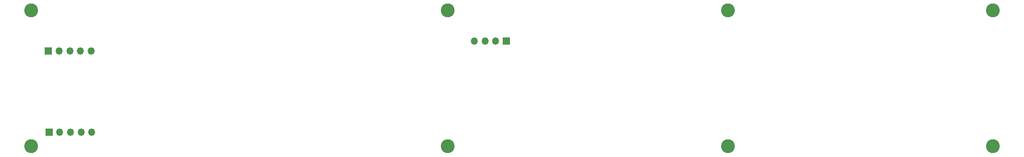
<source format=gbs>
G04 #@! TF.GenerationSoftware,KiCad,Pcbnew,(6.0.4)*
G04 #@! TF.CreationDate,2022-05-22T11:17:41+03:00*
G04 #@! TF.ProjectId,dock_rs232_prt,646f636b-5f72-4733-9233-325f7072742e,rev?*
G04 #@! TF.SameCoordinates,Original*
G04 #@! TF.FileFunction,Soldermask,Bot*
G04 #@! TF.FilePolarity,Negative*
%FSLAX46Y46*%
G04 Gerber Fmt 4.6, Leading zero omitted, Abs format (unit mm)*
G04 Created by KiCad (PCBNEW (6.0.4)) date 2022-05-22 11:17:41*
%MOMM*%
%LPD*%
G01*
G04 APERTURE LIST*
%ADD10C,2.600000*%
%ADD11R,1.350000X1.350000*%
%ADD12O,1.350000X1.350000*%
G04 APERTURE END LIST*
D10*
X202740569Y-113833157D03*
X333434272Y-113833157D03*
D11*
X205965919Y-95907354D03*
D12*
X207965919Y-95907354D03*
X209965919Y-95907354D03*
X211965919Y-95907354D03*
X213965919Y-95907354D03*
D10*
X383102927Y-113833157D03*
X280893489Y-88317435D03*
D11*
X206065919Y-111207354D03*
D12*
X208065919Y-111207354D03*
X210065919Y-111207354D03*
X212065919Y-111207354D03*
X214065919Y-111207354D03*
D10*
X383102927Y-88317435D03*
X280893489Y-113833157D03*
D11*
X291845919Y-94116641D03*
D12*
X289845919Y-94116641D03*
X287845919Y-94116641D03*
X285845919Y-94116641D03*
D10*
X333434272Y-88317435D03*
X202740569Y-88317435D03*
M02*

</source>
